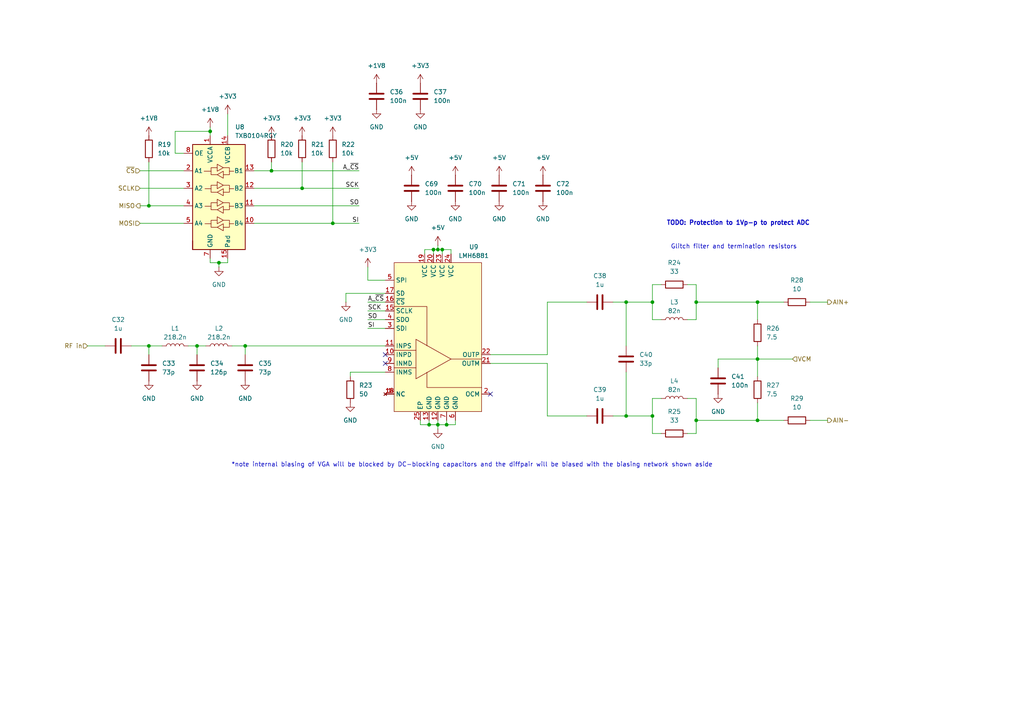
<source format=kicad_sch>
(kicad_sch (version 20250114) (generator "eeschema") (generator_version "9.0")
  (paper "A4")
  (title_block (title "Analog Frontend") (date "2026-02-19") (rev "1") (company "Emmanuel Koutsouklakis"))
  (lib_symbols
    (symbol "Device:C" (pin_numbers (hide yes)) (pin_names (offset 0.254))
      (property "Reference" "C" (at 0.635 2.54 0))
      (property "Value" "C" (at 0.635 -2.54 0))
      (symbol "C_0_1"
        (polyline (pts (xy -2.032 0.762) (xy 2.032 0.762)) (stroke (width 0.508)))
        (polyline (pts (xy -2.032 -0.762) (xy 2.032 -0.762)) (stroke (width 0.508)))
      )
      (symbol "C_1_1"
        (pin passive line (at 0 3.81 270) (length 2.794) (name "~") (number "1"))
        (pin passive line (at 0 -3.81 90) (length 2.794) (name "~") (number "2"))
      )
    )
    (symbol "Device:L" (pin_numbers (hide yes)) (pin_names (offset 1.016) (hide yes))
      (property "Reference" "L" (at -1.27 0 90))
      (property "Value" "L" (at 1.905 0 90))
      (symbol "L_0_1"
        (arc (start 0 2.54) (mid 0.6323 1.905) (end 0 1.27))
        (arc (start 0 1.27) (mid 0.6323 0.635) (end 0 0))
        (arc (start 0 0) (mid 0.6323 -0.635) (end 0 -1.27))
        (arc (start 0 -1.27) (mid 0.6323 -1.905) (end 0 -2.54))
      )
      (symbol "L_1_1"
        (pin passive line (at 0 3.81 270) (length 1.27) (name "1") (number "1"))
        (pin passive line (at 0 -3.81 90) (length 1.27) (name "2") (number "2"))
      )
    )
    (symbol "Device:R" (pin_numbers (hide yes)) (pin_names (offset 0))
      (property "Reference" "R" (at 2.032 0 90))
      (property "Value" "R" (at 0 0 90))
      (symbol "R_0_1"
        (rectangle (start -1.016 -2.54) (end 1.016 2.54) (stroke (width 0.254)))
      )
      (symbol "R_1_1"
        (pin passive line (at 0 3.81 270) (length 1.27) (name "~") (number "1"))
        (pin passive line (at 0 -3.81 90) (length 1.27) (name "~") (number "2"))
      )
    )
    (symbol "Logic_LevelTranslator:TXB0104RGY"
      (property "Reference" "U" (at -6.35 16.51 0))
      (property "Value" "TXB0104RGY" (at 3.81 16.51 0))
      (symbol "TXB0104RGY_0_1"
        (rectangle (start -7.62 15.24) (end 7.62 -15.24) (stroke (width 0.254)) (fill (type background)))
        (rectangle (start -7.62 -15.24) (end -7.62 -12.7) (stroke (width 0.254)))
        (polyline (pts (xy -2.286 7.493) (xy -2.286 8.509) (xy -0.508 8.509)))
        (polyline (pts (xy -2.286 2.413) (xy -2.286 3.429) (xy -0.508 3.429)))
        (polyline (pts (xy -2.286 -2.667) (xy -2.286 -1.651) (xy -0.508 -1.651)))
        (polyline (pts (xy -2.286 -7.747) (xy -2.286 -6.731) (xy -0.508 -6.731)))
        (polyline (pts (xy -0.508 6.477) (xy -2.286 6.477) (xy -2.286 7.493) (xy -4.318 7.493)))
        (polyline (pts (xy -0.508 6.477) (xy 1.27 7.493) (xy 1.27 5.461) (xy -0.508 6.477)))
        (polyline (pts (xy -0.508 1.397) (xy -2.286 1.397) (xy -2.286 2.413) (xy -4.064 2.413)))
        (polyline (pts (xy -0.508 1.397) (xy 1.27 2.413) (xy 1.27 0.381) (xy -0.508 1.397)))
        (polyline (pts (xy -0.508 -3.683) (xy -2.286 -3.683) (xy -2.286 -2.667) (xy -4.064 -2.667)))
        (polyline (pts (xy -0.508 -3.683) (xy 1.27 -2.667) (xy 1.27 -4.699) (xy -0.508 -3.683)))
        (polyline (pts (xy -0.508 -8.763) (xy -2.286 -8.763) (xy -2.286 -7.747) (xy -4.064 -7.747)))
        (polyline (pts (xy -0.508 -8.763) (xy 1.27 -7.747) (xy 1.27 -9.779) (xy -0.508 -8.763)))
        (polyline (pts (xy 1.27 8.509) (xy -0.508 7.493) (xy -0.508 9.525) (xy 1.27 8.509)))
        (polyline (pts (xy 1.27 8.509) (xy 3.048 8.509) (xy 3.048 7.493) (xy 4.318 7.493)))
        (polyline (pts (xy 1.27 3.429) (xy -0.508 2.413) (xy -0.508 4.445) (xy 1.27 3.429)))
        (polyline (pts (xy 1.27 3.429) (xy 3.048 3.429) (xy 3.048 2.413) (xy 4.318 2.413)))
        (polyline (pts (xy 1.27 -1.651) (xy -0.508 -2.667) (xy -0.508 -0.635) (xy 1.27 -1.651)))
        (polyline (pts (xy 1.27 -1.651) (xy 3.048 -1.651) (xy 3.048 -2.667) (xy 4.318 -2.667)))
        (polyline (pts (xy 1.27 -6.731) (xy -0.508 -7.747) (xy -0.508 -5.715) (xy 1.27 -6.731)))
        (polyline (pts (xy 1.27 -6.731) (xy 3.048 -6.731) (xy 3.048 -7.747) (xy 4.318 -7.747)))
        (polyline (pts (xy 3.048 7.493) (xy 3.048 6.477) (xy 1.27 6.477)))
        (polyline (pts (xy 3.048 2.413) (xy 3.048 1.397) (xy 1.27 1.397)))
        (polyline (pts (xy 3.048 -2.667) (xy 3.048 -3.683) (xy 1.27 -3.683)))
        (polyline (pts (xy 3.048 -7.747) (xy 3.048 -8.763) (xy 1.27 -8.763)))
      )
      (symbol "TXB0104RGY_1_1"
        (pin input line (at -10.16 12.7 0) (length 2.54) (name "OE") (number "8"))
        (pin bidirectional line (at -10.16 7.62 0) (length 2.54) (name "A1") (number "2"))
        (pin bidirectional line (at -10.16 2.54 0) (length 2.54) (name "A2") (number "3"))
        (pin bidirectional line (at -10.16 -2.54 0) (length 2.54) (name "A3") (number "4"))
        (pin bidirectional line (at -10.16 -7.62 0) (length 2.54) (name "A4") (number "5"))
        (pin no_connect line (at -7.62 -12.7 0) (length 2.54) (hide yes) (name "NC") (number "6"))
        (pin power_in line (at -2.54 17.78 270) (length 2.54) (name "VCCA") (number "1"))
        (pin power_in line (at -2.54 -17.78 90) (length 2.54) (name "GND") (number "7"))
        (pin power_in line (at 2.54 17.78 270) (length 2.54) (name "VCCB") (number "14"))
        (pin input line (at 2.54 -17.78 90) (length 2.54) (name "Pad") (number "15"))
        (pin no_connect line (at 7.62 -12.7 180) (length 2.54) (hide yes) (name "NC") (number "9"))
        (pin bidirectional line (at 10.16 7.62 180) (length 2.54) (name "B1") (number "13"))
        (pin bidirectional line (at 10.16 2.54 180) (length 2.54) (name "B2") (number "12"))
        (pin bidirectional line (at 10.16 -2.54 180) (length 2.54) (name "B3") (number "11"))
        (pin bidirectional line (at 10.16 -7.62 180) (length 2.54) (name "B4") (number "10"))
      )
    )
    (symbol "plib:LMH6881"
      (property "Reference" "U" (at -40.64 -33.02 0))
      (property "Value" "LMH6881" (at 0 0 0))
      (symbol "LMH6881_0_0"
        (pin unspecified line (at -15.24 19.05 0) (length 2.54) (name "SPI") (number "5"))
        (pin unspecified line (at -15.24 15.24 0) (length 2.54) (name "SD") (number "17"))
        (pin unspecified line (at -15.24 12.7 0) (length 2.54) (name "~{CS}") (number "16"))
        (pin unspecified line (at -15.24 10.16 0) (length 2.54) (name "SCLK") (number "15"))
        (pin unspecified line (at -15.24 7.62 0) (length 2.54) (name "SDO") (number "4"))
        (pin unspecified line (at -15.24 5.08 0) (length 2.54) (name "SDI") (number "3"))
        (pin unspecified line (at -15.24 0 0) (length 2.54) (name "INPS") (number "11"))
        (pin unspecified line (at -15.24 -2.54 0) (length 2.54) (name "INPD") (number "10"))
        (pin unspecified line (at -15.24 -5.08 0) (length 2.54) (name "INMD") (number "9"))
        (pin unspecified line (at -15.24 -7.62 0) (length 2.54) (name "INMS") (number "8"))
        (pin no_connect line (at -15.24 -13.97 0) (length 2.54) (name "NC") (number "1"))
        (pin no_connect line (at -15.24 -13.97 0) (length 2.54) (name "NC") (number "14"))
        (pin no_connect line (at -15.24 -13.97 0) (length 2.54) (name "NC") (number "18"))
        (pin power_in line (at -5.08 -21.59 90) (length 2.54) (name "EP") (number "25"))
        (pin power_in line (at -3.81 26.67 270) (length 2.54) (name "VCC") (number "19"))
        (pin power_in line (at -2.54 -21.59 90) (length 2.54) (name "GND") (number "13"))
        (pin power_in line (at -1.27 26.67 270) (length 2.54) (name "VCC") (number "20"))
        (pin power_in line (at 0 -21.59 90) (length 2.54) (name "GND") (number "12"))
        (pin power_in line (at 1.27 26.67 270) (length 2.54) (name "VCC") (number "23"))
        (pin power_in line (at 2.54 -21.59 90) (length 2.54) (name "GND") (number "7"))
        (pin power_in line (at 3.81 26.67 270) (length 2.54) (name "VCC") (number "24"))
        (pin power_in line (at 5.08 -21.59 90) (length 2.54) (name "GND") (number "6"))
        (pin unspecified line (at 15.24 -2.54 180) (length 2.54) (name "OUTP") (number "22"))
        (pin unspecified line (at 15.24 -5.08 180) (length 2.54) (name "OUTM") (number "21"))
        (pin unspecified line (at 15.24 -13.97 180) (length 2.54) (name "OCM") (number "2"))
      )
      (symbol "LMH6881_0_1"
        (rectangle (start -12.7 24.13) (end 12.7 -19.05) (fill (type background)))
        (polyline (pts (xy -12.7 11.43) (xy -3.175 11.43) (xy -3.175 0)))
        (polyline (pts (xy -12.7 -1.27) (xy -6.35 -1.27)))
        (polyline (pts (xy -12.7 -6.35) (xy -6.35 -6.35)))
        (polyline (pts (xy -6.35 1.905) (xy -6.35 -9.525)))
        (polyline (pts (xy -6.35 -9.525) (xy 3.81 -3.81) (xy -6.35 1.905)))
        (polyline (pts (xy 3.81 -3.81) (xy 12.7 -3.81)))
        (polyline (pts (xy 12.7 -12.065) (xy -3.175 -12.065) (xy -3.175 -7.62)))
      )
    )
    (symbol "power:+1V8" (power) (pin_numbers (hide yes)) (pin_names (offset 0) (hide yes))
      (property "Value" "+1V8" (at 0 3.556 0))
      (symbol "+1V8_0_1"
        (polyline (pts (xy -0.762 1.27) (xy 0 2.54)))
        (polyline (pts (xy 0 2.54) (xy 0.762 1.27)))
        (polyline (pts (xy 0 0) (xy 0 2.54)))
      )
      (symbol "+1V8_1_1"
        (pin power_in line (at 0 0 90) (length 0) (name "~") (number "1"))
      )
    )
    (symbol "power:+3V3" (power) (pin_numbers (hide yes)) (pin_names (offset 0) (hide yes))
      (property "Value" "+3V3" (at 0 3.556 0))
      (symbol "+3V3_0_1"
        (polyline (pts (xy -0.762 1.27) (xy 0 2.54)))
        (polyline (pts (xy 0 2.54) (xy 0.762 1.27)))
        (polyline (pts (xy 0 0) (xy 0 2.54)))
      )
      (symbol "+3V3_1_1"
        (pin power_in line (at 0 0 90) (length 0) (name "~") (number "1"))
      )
    )
    (symbol "power:+5V" (power) (pin_numbers (hide yes)) (pin_names (offset 0) (hide yes))
      (property "Value" "+5V" (at 0 3.556 0))
      (symbol "+5V_0_1"
        (polyline (pts (xy -0.762 1.27) (xy 0 2.54)))
        (polyline (pts (xy 0 2.54) (xy 0.762 1.27)))
        (polyline (pts (xy 0 0) (xy 0 2.54)))
      )
      (symbol "+5V_1_1"
        (pin power_in line (at 0 0 90) (length 0) (name "~") (number "1"))
      )
    )
    (symbol "power:GND" (power) (pin_numbers (hide yes)) (pin_names (offset 0) (hide yes))
      (property "Value" "GND" (at 0 -3.81 0))
      (symbol "GND_0_1"
        (polyline (pts (xy 0 0) (xy 0 -1.27) (xy 1.27 -1.27) (xy 0 -2.54) (xy -1.27 -1.27) (xy 0 -1.27)))
      )
      (symbol "GND_1_1"
        (pin power_in line (at 0 0 270) (length 0) (name "~") (number "1"))
      )
    )
  )
  (text "TODO: Protection to 1Vp-p to protect ADC" (at 214.122 64.77 0) (effects (font (size 1.27 1.27) (thickness 0.254) (bold yes))))
  (text "Glitch filter and termination resistors" (at 212.852 71.628 0) (effects (font (size 1.27 1.27))))
  (text "*note internal biasing of VGA will be blocked by DC-blocking capacitors and the diffpair will be biased with the biasing network shown aside" (at 136.906 134.874 0) (effects (font (size 1.27 1.27))))
  (junction (at 219.71 104.14))
  (junction (at 219.71 87.63))
  (junction (at 219.71 121.92))
  (junction (at 57.15 100.33))
  (junction (at 125.73 72.39))
  (junction (at 78.74 49.53))
  (junction (at 60.96 38.1))
  (junction (at 127 72.39))
  (junction (at 87.63 54.61))
  (junction (at 96.52 64.77))
  (junction (at 63.5 76.2))
  (junction (at 189.23 87.63))
  (junction (at 124.46 123.19))
  (junction (at 43.18 100.33))
  (junction (at 201.93 87.63))
  (junction (at 127 123.19))
  (junction (at 181.61 120.65))
  (junction (at 43.18 59.69))
  (junction (at 71.12 100.33))
  (junction (at 201.93 121.92))
  (junction (at 128.27 72.39))
  (junction (at 181.61 87.63))
  (junction (at 129.54 123.19))
  (junction (at 189.23 120.65))
  (no_connect (at 111.76 102.87))
  (no_connect (at 111.76 105.41))
  (no_connect (at 142.24 114.3))
  (wire (pts (xy 96.52 46.99) (xy 96.52 64.77)))
  (wire (pts (xy 60.96 38.1) (xy 60.96 39.37)))
  (wire (pts (xy 43.18 100.33) (xy 43.18 102.87)))
  (wire (pts (xy 87.63 46.99) (xy 87.63 54.61)))
  (wire (pts (xy 127 123.19) (xy 129.54 123.19)))
  (wire (pts (xy 127 71.12) (xy 127 72.39)))
  (wire (pts (xy 189.23 120.65) (xy 189.23 115.57)))
  (wire (pts (xy 121.92 121.92) (xy 121.92 123.19)))
  (wire (pts (xy 43.18 59.69) (xy 53.34 59.69)))
  (wire (pts (xy 60.96 76.2) (xy 60.96 74.93)))
  (wire (pts (xy 219.71 121.92) (xy 227.33 121.92)))
  (wire (pts (xy 106.68 95.25) (xy 111.76 95.25)))
  (wire (pts (xy 208.28 106.68) (xy 208.28 104.14)))
  (wire (pts (xy 219.71 87.63) (xy 227.33 87.63)))
  (wire (pts (xy 229.87 104.14) (xy 219.71 104.14)))
  (wire (pts (xy 201.93 87.63) (xy 219.71 87.63)))
  (wire (pts (xy 219.71 116.84) (xy 219.71 121.92)))
  (wire (pts (xy 66.04 33.02) (xy 66.04 39.37)))
  (wire (pts (xy 234.95 121.92) (xy 240.03 121.92)))
  (wire (pts (xy 199.39 115.57) (xy 201.93 115.57)))
  (wire (pts (xy 219.71 100.33) (xy 219.71 104.14)))
  (wire (pts (xy 142.24 105.41) (xy 158.75 105.41)))
  (wire (pts (xy 177.8 120.65) (xy 181.61 120.65)))
  (wire (pts (xy 132.08 123.19) (xy 132.08 121.92)))
  (wire (pts (xy 43.18 46.99) (xy 43.18 59.69)))
  (wire (pts (xy 181.61 107.95) (xy 181.61 120.65)))
  (wire (pts (xy 177.8 87.63) (xy 181.61 87.63)))
  (wire (pts (xy 66.04 76.2) (xy 63.5 76.2)))
  (wire (pts (xy 201.93 121.92) (xy 219.71 121.92)))
  (wire (pts (xy 127 121.92) (xy 127 123.19)))
  (wire (pts (xy 60.96 36.83) (xy 60.96 38.1)))
  (wire (pts (xy 40.64 64.77) (xy 53.34 64.77)))
  (wire (pts (xy 201.93 92.71) (xy 201.93 87.63)))
  (wire (pts (xy 40.64 54.61) (xy 53.34 54.61)))
  (wire (pts (xy 40.64 59.69) (xy 43.18 59.69)))
  (wire (pts (xy 199.39 82.55) (xy 201.93 82.55)))
  (wire (pts (xy 129.54 123.19) (xy 132.08 123.19)))
  (wire (pts (xy 234.95 87.63) (xy 240.03 87.63)))
  (wire (pts (xy 73.66 64.77) (xy 96.52 64.77)))
  (wire (pts (xy 189.23 115.57) (xy 191.77 115.57)))
  (wire (pts (xy 142.24 102.87) (xy 158.75 102.87)))
  (wire (pts (xy 128.27 72.39) (xy 128.27 73.66)))
  (wire (pts (xy 121.92 123.19) (xy 124.46 123.19)))
  (wire (pts (xy 158.75 87.63) (xy 170.18 87.63)))
  (wire (pts (xy 201.93 82.55) (xy 201.93 87.63)))
  (wire (pts (xy 189.23 87.63) (xy 189.23 92.71)))
  (wire (pts (xy 181.61 87.63) (xy 189.23 87.63)))
  (wire (pts (xy 106.68 90.17) (xy 111.76 90.17)))
  (wire (pts (xy 181.61 87.63) (xy 181.61 100.33)))
  (wire (pts (xy 128.27 72.39) (xy 130.81 72.39)))
  (wire (pts (xy 208.28 104.14) (xy 219.71 104.14)))
  (wire (pts (xy 124.46 123.19) (xy 127 123.19)))
  (wire (pts (xy 40.64 49.53) (xy 53.34 49.53)))
  (wire (pts (xy 73.66 59.69) (xy 104.14 59.69)))
  (wire (pts (xy 63.5 76.2) (xy 60.96 76.2)))
  (wire (pts (xy 125.73 72.39) (xy 125.73 73.66)))
  (wire (pts (xy 73.66 54.61) (xy 87.63 54.61)))
  (wire (pts (xy 78.74 49.53) (xy 104.14 49.53)))
  (wire (pts (xy 106.68 81.28) (xy 111.76 81.28)))
  (wire (pts (xy 199.39 125.73) (xy 201.93 125.73)))
  (wire (pts (xy 201.93 121.92) (xy 201.93 125.73)))
  (wire (pts (xy 129.54 121.92) (xy 129.54 123.19)))
  (wire (pts (xy 106.68 77.47) (xy 106.68 81.28)))
  (wire (pts (xy 57.15 100.33) (xy 59.69 100.33)))
  (wire (pts (xy 78.74 46.99) (xy 78.74 49.53)))
  (wire (pts (xy 106.68 92.71) (xy 111.76 92.71)))
  (wire (pts (xy 96.52 64.77) (xy 104.14 64.77)))
  (wire (pts (xy 219.71 87.63) (xy 219.71 92.71)))
  (wire (pts (xy 57.15 100.33) (xy 57.15 102.87)))
  (wire (pts (xy 43.18 100.33) (xy 46.99 100.33)))
  (wire (pts (xy 127 123.19) (xy 127 124.46)))
  (wire (pts (xy 71.12 100.33) (xy 71.12 102.87)))
  (wire (pts (xy 38.1 100.33) (xy 43.18 100.33)))
  (wire (pts (xy 101.6 109.22) (xy 101.6 107.95)))
  (wire (pts (xy 191.77 125.73) (xy 189.23 125.73)))
  (wire (pts (xy 106.68 87.63) (xy 111.76 87.63)))
  (wire (pts (xy 130.81 73.66) (xy 130.81 72.39)))
  (wire (pts (xy 100.33 85.09) (xy 111.76 85.09)))
  (wire (pts (xy 67.31 100.33) (xy 71.12 100.33)))
  (wire (pts (xy 158.75 87.63) (xy 158.75 102.87)))
  (wire (pts (xy 189.23 82.55) (xy 189.23 87.63)))
  (wire (pts (xy 123.19 72.39) (xy 125.73 72.39)))
  (wire (pts (xy 50.8 38.1) (xy 60.96 38.1)))
  (wire (pts (xy 63.5 77.47) (xy 63.5 76.2)))
  (wire (pts (xy 25.4 100.33) (xy 30.48 100.33)))
  (wire (pts (xy 66.04 74.93) (xy 66.04 76.2)))
  (wire (pts (xy 170.18 120.65) (xy 158.75 120.65)))
  (wire (pts (xy 87.63 54.61) (xy 104.14 54.61)))
  (wire (pts (xy 50.8 44.45) (xy 50.8 38.1)))
  (wire (pts (xy 201.93 115.57) (xy 201.93 121.92)))
  (wire (pts (xy 199.39 92.71) (xy 201.93 92.71)))
  (wire (pts (xy 189.23 92.71) (xy 191.77 92.71)))
  (wire (pts (xy 219.71 104.14) (xy 219.71 109.22)))
  (wire (pts (xy 54.61 100.33) (xy 57.15 100.33)))
  (wire (pts (xy 124.46 121.92) (xy 124.46 123.19)))
  (wire (pts (xy 158.75 105.41) (xy 158.75 120.65)))
  (wire (pts (xy 191.77 82.55) (xy 189.23 82.55)))
  (wire (pts (xy 125.73 72.39) (xy 127 72.39)))
  (wire (pts (xy 189.23 125.73) (xy 189.23 120.65)))
  (wire (pts (xy 127 72.39) (xy 128.27 72.39)))
  (wire (pts (xy 101.6 107.95) (xy 111.76 107.95)))
  (wire (pts (xy 73.66 49.53) (xy 78.74 49.53)))
  (wire (pts (xy 53.34 44.45) (xy 50.8 44.45)))
  (wire (pts (xy 100.33 87.63) (xy 100.33 85.09)))
  (wire (pts (xy 181.61 120.65) (xy 189.23 120.65)))
  (wire (pts (xy 71.12 100.33) (xy 111.76 100.33)))
  (wire (pts (xy 123.19 72.39) (xy 123.19 73.66)))
  (label "SO" (at 106.68 92.71 0))
  (label "A_~{CS}" (at 106.68 87.63 0))
  (label "SCK" (at 106.68 90.17 0))
  (label "SO" (at 104.14 59.69 180))
  (label "SI" (at 104.14 64.77 180))
  (label "SCK" (at 104.14 54.61 180))
  (label "A_~{CS}" (at 104.14 49.53 180))
  (label "SI" (at 106.68 95.25 0))
  (hierarchical_label "MOSI" (shape input) (at 40.64 64.77 180))
  (hierarchical_label "AIN-" (shape output) (at 240.03 121.92 0) (effects (font (thickness 0.1588))))
  (hierarchical_label "SCLK" (shape input) (at 40.64 54.61 180))
  (hierarchical_label "AIN+" (shape output) (at 240.03 87.63 0) (effects (font (thickness 0.1588))))
  (hierarchical_label "RF in" (shape input) (at 25.4 100.33 180))
  (hierarchical_label "MISO" (shape output) (at 40.64 59.69 180))
  (hierarchical_label "~{CS}" (shape input) (at 40.64 49.53 180))
  (hierarchical_label "VCM" (shape input) (at 229.87 104.14 0) (effects (font (thickness 0.1588))))
  (symbol (lib_id "Device:R") (at 231.14 87.63 90) (unit 1)
    (property "Reference" "R28" (at 231.14 81.28 90))
    (property "Value" "10" (at 231.14 83.82 90))
    (property "Footprint" "Resistor_SMD:R_0603_1608Metric" (effects (hide yes)))
    (property "Description" "Resistor" (effects (hide yes)))
  )
  (symbol (lib_id "power:GND") (at 119.38 58.42 0) (unit 1)
    (property "Reference" "#PWR0146" (effects (hide yes)))
    (property "Value" "GND" (at 119.38 63.5 0))
    (property "Description" "Power symbol creates a global label with name \"GND\" , ground" (effects (hide yes)))
  )
  (symbol (lib_id "Device:R") (at 96.52 43.18 0) (unit 1)
    (property "Reference" "R22" (at 99.06 41.9099 0) (effects (justify left)))
    (property "Value" "10k" (at 99.06 44.4499 0) (effects (justify left)))
    (property "Footprint" "Resistor_SMD:R_0603_1608Metric" (effects (hide yes)))
    (property "Description" "Resistor" (effects (hide yes)))
  )
  (symbol (lib_id "power:GND") (at 101.6 116.84 0) (unit 1)
    (property "Reference" "#PWR099" (effects (hide yes)))
    (property "Value" "GND" (at 101.6 121.92 0))
    (property "Description" "Power symbol creates a global label with name \"GND\" , ground" (effects (hide yes)))
  )
  (symbol (lib_id "power:GND") (at 71.12 110.49 0) (unit 1)
    (property "Reference" "#PWR094" (effects (hide yes)))
    (property "Value" "GND" (at 71.12 115.57 0))
    (property "Description" "Power symbol creates a global label with name \"GND\" , ground" (effects (hide yes)))
  )
  (symbol (lib_id "Device:R") (at 219.71 113.03 0) (unit 1)
    (property "Reference" "R27" (at 222.25 111.7599 0) (effects (justify left)))
    (property "Value" "7.5" (at 222.25 114.2999 0) (effects (justify left)))
    (property "Footprint" "Resistor_SMD:R_0603_1608Metric" (effects (hide yes)))
    (property "Description" "Resistor" (effects (hide yes)))
  )
  (symbol (lib_id "Device:R") (at 195.58 82.55 90) (unit 1)
    (property "Reference" "R24" (at 195.58 76.2 90))
    (property "Value" "33" (at 195.58 78.74 90))
    (property "Footprint" "Resistor_SMD:R_0603_1608Metric" (effects (hide yes)))
    (property "Description" "Resistor" (effects (hide yes)))
  )
  (symbol (lib_id "power:GND") (at 157.48 58.42 0) (unit 1)
    (property "Reference" "#PWR0153" (effects (hide yes)))
    (property "Value" "GND" (at 157.48 63.5 0))
    (property "Description" "Power symbol creates a global label with name \"GND\" , ground" (effects (hide yes)))
  )
  (symbol (lib_id "power:+5V") (at 119.38 50.8 0) (unit 1)
    (property "Reference" "#PWR0147" (effects (hide yes)))
    (property "Value" "+5V" (at 119.38 45.72 0))
    (property "Description" "Power symbol creates a global label with name \"+5V\"" (effects (hide yes)))
  )
  (symbol (lib_id "power:GND") (at 144.78 58.42 0) (unit 1)
    (property "Reference" "#PWR0151" (effects (hide yes)))
    (property "Value" "GND" (at 144.78 63.5 0))
    (property "Description" "Power symbol creates a global label with name \"GND\" , ground" (effects (hide yes)))
  )
  (symbol (lib_id "Device:C") (at 173.99 120.65 90) (unit 1)
    (property "Reference" "C39" (at 173.99 113.03 90))
    (property "Value" "1u" (at 173.99 115.57 90))
    (property "Footprint" "Capacitor_SMD:C_0603_1608Metric" (effects (hide yes)))
    (property "Description" "Unpolarized capacitor" (effects (hide yes)))
  )
  (symbol (lib_id "power:+1V8") (at 60.96 36.83 0) (unit 1)
    (property "Reference" "#PWR091" (effects (hide yes)))
    (property "Value" "+1V8" (at 60.96 31.75 0))
    (property "Description" "Power symbol creates a global label with name \"+1V8\"" (effects (hide yes)))
  )
  (symbol (lib_id "power:GND") (at 121.92 31.75 0) (unit 1)
    (property "Reference" "#PWR0104" (effects (hide yes)))
    (property "Value" "GND" (at 121.92 36.83 0))
    (property "Description" "Power symbol creates a global label with name \"GND\" , ground" (effects (hide yes)))
  )
  (symbol (lib_id "power:+3V3") (at 78.74 39.37 0) (unit 1)
    (property "Reference" "#PWR095" (effects (hide yes)))
    (property "Value" "+3V3" (at 78.74 34.29 0))
    (property "Description" "Power symbol creates a global label with name \"+3V3\"" (effects (hide yes)))
  )
  (symbol (lib_id "Device:L") (at 195.58 115.57 90) (unit 1)
    (property "Reference" "L4" (at 195.58 110.49 90))
    (property "Value" "82n" (at 195.58 113.03 90))
    (property "Description" "Inductor" (effects (hide yes)))
  )
  (symbol (lib_id "power:GND") (at 127 124.46 0) (unit 1)
    (property "Reference" "#PWR0106" (effects (hide yes)))
    (property "Value" "GND" (at 127 129.54 0))
    (property "Description" "Power symbol creates a global label with name \"GND\" , ground" (effects (hide yes)))
  )
  (symbol (lib_id "Device:C") (at 132.08 54.61 0) (unit 1)
    (property "Reference" "C70" (at 135.89 53.3399 0) (effects (justify left)))
    (property "Value" "100n" (at 135.89 55.8799 0) (effects (justify left)))
    (property "Footprint" "Capacitor_SMD:C_0603_1608Metric" (effects (hide yes)))
    (property "Description" "Unpolarized capacitor" (effects (hide yes)))
  )
  (symbol (lib_id "power:+3V3") (at 66.04 33.02 0) (unit 1)
    (property "Reference" "#PWR093" (effects (hide yes)))
    (property "Value" "+3V3" (at 66.04 27.94 0))
    (property "Description" "Power symbol creates a global label with name \"+3V3\"" (effects (hide yes)))
  )
  (symbol (lib_id "power:GND") (at 132.08 58.42 0) (unit 1)
    (property "Reference" "#PWR0149" (effects (hide yes)))
    (property "Value" "GND" (at 132.08 63.5 0))
    (property "Description" "Power symbol creates a global label with name \"GND\" , ground" (effects (hide yes)))
  )
  (symbol (lib_id "Device:R") (at 231.14 121.92 90) (unit 1)
    (property "Reference" "R29" (at 231.14 115.57 90))
    (property "Value" "10" (at 231.14 118.11 90))
    (property "Footprint" "Resistor_SMD:R_0603_1608Metric" (effects (hide yes)))
    (property "Description" "Resistor" (effects (hide yes)))
  )
  (symbol (lib_id "power:+5V") (at 127 71.12 0) (unit 1)
    (property "Reference" "#PWR0105" (effects (hide yes)))
    (property "Value" "+5V" (at 127 66.04 0))
    (property "Description" "Power symbol creates a global label with name \"+5V\"" (effects (hide yes)))
  )
  (symbol (lib_id "power:+3V3") (at 121.92 24.13 0) (unit 1)
    (property "Reference" "#PWR0103" (effects (hide yes)))
    (property "Value" "+3V3" (at 121.92 19.05 0))
    (property "Description" "Power symbol creates a global label with name \"+3V3\"" (effects (hide yes)))
  )
  (symbol (lib_id "power:GND") (at 63.5 77.47 0) (unit 1)
    (property "Reference" "#PWR092" (effects (hide yes)))
    (property "Value" "GND" (at 63.5 82.55 0))
    (property "Description" "Power symbol creates a global label with name \"GND\" , ground" (effects (hide yes)))
  )
  (symbol (lib_id "power:+1V8") (at 109.22 24.13 0) (unit 1)
    (property "Reference" "#PWR0101" (effects (hide yes)))
    (property "Value" "+1V8" (at 109.22 19.05 0))
    (property "Description" "Power symbol creates a global label with name \"+1V8\"" (effects (hide yes)))
  )
  (symbol (lib_id "Device:C") (at 144.78 54.61 0) (unit 1)
    (property "Reference" "C71" (at 148.59 53.3399 0) (effects (justify left)))
    (property "Value" "100n" (at 148.59 55.8799 0) (effects (justify left)))
    (property "Footprint" "Capacitor_SMD:C_0603_1608Metric" (effects (hide yes)))
    (property "Description" "Unpolarized capacitor" (effects (hide yes)))
  )
  (symbol (lib_id "Device:C") (at 34.29 100.33 90) (unit 1)
    (property "Reference" "C32" (at 34.29 92.71 90))
    (property "Value" "1u" (at 34.29 95.25 90))
    (property "Footprint" "Capacitor_SMD:C_0603_1608Metric" (effects (hide yes)))
    (property "Description" "Unpolarized capacitor" (effects (hide yes)))
  )
  (symbol (lib_id "Device:C") (at 109.22 27.94 0) (unit 1)
    (property "Reference" "C36" (at 113.03 26.6699 0) (effects (justify left)))
    (property "Value" "100n" (at 113.03 29.2099 0) (effects (justify left)))
    (property "Footprint" "Capacitor_SMD:C_0603_1608Metric" (effects (hide yes)))
    (property "Description" "Unpolarized capacitor" (effects (hide yes)))
  )
  (symbol (lib_id "plib:LMH6881") (at 127 100.33 0) (unit 1)
    (property "Reference" "U9" (at 137.414 71.628 0))
    (property "Value" "LMH6881" (at 137.414 74.168 0))
    (property "Footprint" "Package_DFN_QFN:Texas_RTW_WQFN-24-1EP_4x4mm_P0.5mm_EP2.7x2.7mm" (effects (hide yes)))
    (property "lcsc_id" "C701929" (effects (hide yes)))
  )
  (symbol (lib_id "Logic_LevelTranslator:TXB0104RGY") (at 63.5 57.15 0) (unit 1)
    (property "Reference" "U8" (at 68.1833 36.83 0) (effects (justify left)))
    (property "Value" "TXB0104RGY" (at 68.1833 39.37 0) (effects (justify left)))
    (property "Footprint" "Package_DFN_QFN:Texas_S-PVQFN-N14" (effects (hide yes)))
    (property "Datasheet" "http://www.ti.com/lit/ds/symlink/txb0104.pdf" (effects (hide yes)))
    (property "Description" "4-Bit Bidirectional Voltage-Level Translator, Auto Direction Sensing and ±15-kV ESD Protection, 1.2 - 3.6V APort, 1.65 - 5.5V BPort, Texas_PVGFN-14" (effects (hide yes)))
    (property "lcsc_id" "C400708" (effects (hide yes)))
  )
  (symbol (lib_id "Device:R") (at 87.63 43.18 0) (unit 1)
    (property "Reference" "R21" (at 90.17 41.9099 0) (effects (justify left)))
    (property "Value" "10k" (at 90.17 44.4499 0) (effects (justify left)))
    (property "Footprint" "Resistor_SMD:R_0603_1608Metric" (effects (hide yes)))
    (property "Description" "Resistor" (effects (hide yes)))
  )
  (symbol (lib_id "power:+5V") (at 106.68 77.47 0) (unit 1)
    (property "Reference" "#PWR0100" (effects (hide yes)))
    (property "Value" "+3V3" (at 106.68 72.39 0))
    (property "Description" "Power symbol creates a global label with name \"+5V\"" (effects (hide yes)))
  )
  (symbol (lib_id "power:GND") (at 100.33 87.63 0) (unit 1)
    (property "Reference" "#PWR098" (effects (hide yes)))
    (property "Value" "GND" (at 100.33 92.71 0))
    (property "Description" "Power symbol creates a global label with name \"GND\" , ground" (effects (hide yes)))
  )
  (symbol (lib_id "Device:C") (at 121.92 27.94 0) (unit 1)
    (property "Reference" "C37" (at 125.73 26.6699 0) (effects (justify left)))
    (property "Value" "100n" (at 125.73 29.2099 0) (effects (justify left)))
    (property "Footprint" "Capacitor_SMD:C_0603_1608Metric" (effects (hide yes)))
    (property "Description" "Unpolarized capacitor" (effects (hide yes)))
  )
  (symbol (lib_id "Device:L") (at 195.58 92.71 90) (unit 1)
    (property "Reference" "L3" (at 195.58 87.63 90))
    (property "Value" "82n" (at 195.58 90.17 90))
    (property "Description" "Inductor" (effects (hide yes)))
  )
  (symbol (lib_id "power:GND") (at 109.22 31.75 0) (unit 1)
    (property "Reference" "#PWR0102" (effects (hide yes)))
    (property "Value" "GND" (at 109.22 36.83 0))
    (property "Description" "Power symbol creates a global label with name \"GND\" , ground" (effects (hide yes)))
  )
  (symbol (lib_id "Device:C") (at 173.99 87.63 90) (unit 1)
    (property "Reference" "C38" (at 173.99 80.01 90))
    (property "Value" "1u" (at 173.99 82.55 90))
    (property "Footprint" "Capacitor_SMD:C_0603_1608Metric" (effects (hide yes)))
    (property "Description" "Unpolarized capacitor" (effects (hide yes)))
  )
  (symbol (lib_id "Device:C") (at 43.18 106.68 0) (unit 1)
    (property "Reference" "C33" (at 46.99 105.4099 0) (effects (justify left)))
    (property "Value" "73p" (at 46.99 107.9499 0) (effects (justify left)))
    (property "Footprint" "Capacitor_SMD:C_0603_1608Metric" (effects (hide yes)))
    (property "Description" "Unpolarized capacitor" (effects (hide yes)))
  )
  (symbol (lib_id "power:+1V8") (at 43.18 39.37 0) (unit 1)
    (property "Reference" "#PWR088" (effects (hide yes)))
    (property "Value" "+1V8" (at 43.18 34.29 0))
    (property "Description" "Power symbol creates a global label with name \"+1V8\"" (effects (hide yes)))
  )
  (symbol (lib_id "power:+5V") (at 144.78 50.8 0) (unit 1)
    (property "Reference" "#PWR0150" (effects (hide yes)))
    (property "Value" "+5V" (at 144.78 45.72 0))
    (property "Description" "Power symbol creates a global label with name \"+5V\"" (effects (hide yes)))
  )
  (symbol (lib_id "Device:L") (at 50.8 100.33 90) (unit 1)
    (property "Reference" "L1" (at 50.8 95.25 90))
    (property "Value" "218.2n" (at 50.8 97.79 90))
    (property "Description" "Inductor" (effects (hide yes)))
  )
  (symbol (lib_id "Device:R") (at 43.18 43.18 0) (unit 1)
    (property "Reference" "R19" (at 45.72 41.9099 0) (effects (justify left)))
    (property "Value" "10k" (at 45.72 44.4499 0) (effects (justify left)))
    (property "Footprint" "Resistor_SMD:R_0603_1608Metric" (effects (hide yes)))
    (property "Description" "Resistor" (effects (hide yes)))
  )
  (symbol (lib_id "Device:R") (at 219.71 96.52 0) (unit 1)
    (property "Reference" "R26" (at 222.25 95.2499 0) (effects (justify left)))
    (property "Value" "7.5" (at 222.25 97.7899 0) (effects (justify left)))
    (property "Footprint" "Resistor_SMD:R_0603_1608Metric" (effects (hide yes)))
    (property "Description" "Resistor" (effects (hide yes)))
  )
  (symbol (lib_id "Device:C") (at 208.28 110.49 0) (unit 1)
    (property "Reference" "C41" (at 212.09 109.2199 0) (effects (justify left)))
    (property "Value" "100n" (at 212.09 111.7599 0) (effects (justify left)))
    (property "Footprint" "Capacitor_SMD:C_0603_1608Metric" (effects (hide yes)))
    (property "Description" "Unpolarized capacitor" (effects (hide yes)))
  )
  (symbol (lib_id "Device:C") (at 57.15 106.68 0) (unit 1)
    (property "Reference" "C34" (at 60.96 105.4099 0) (effects (justify left)))
    (property "Value" "126p" (at 60.96 107.9499 0) (effects (justify left)))
    (property "Footprint" "Capacitor_SMD:C_0603_1608Metric" (effects (hide yes)))
    (property "Description" "Unpolarized capacitor" (effects (hide yes)))
  )
  (symbol (lib_id "power:+3V3") (at 87.63 39.37 0) (unit 1)
    (property "Reference" "#PWR096" (effects (hide yes)))
    (property "Value" "+3V3" (at 87.63 34.29 0))
    (property "Description" "Power symbol creates a global label with name \"+3V3\"" (effects (hide yes)))
  )
  (symbol (lib_id "power:+5V") (at 157.48 50.8 0) (unit 1)
    (property "Reference" "#PWR0152" (effects (hide yes)))
    (property "Value" "+5V" (at 157.48 45.72 0))
    (property "Description" "Power symbol creates a global label with name \"+5V\"" (effects (hide yes)))
  )
  (symbol (lib_id "power:GND") (at 43.18 110.49 0) (unit 1)
    (property "Reference" "#PWR089" (effects (hide yes)))
    (property "Value" "GND" (at 43.18 115.57 0))
    (property "Description" "Power symbol creates a global label with name \"GND\" , ground" (effects (hide yes)))
  )
  (symbol (lib_id "Device:C") (at 119.38 54.61 0) (unit 1)
    (property "Reference" "C69" (at 123.19 53.3399 0) (effects (justify left)))
    (property "Value" "100n" (at 123.19 55.8799 0) (effects (justify left)))
    (property "Footprint" "Capacitor_SMD:C_0603_1608Metric" (effects (hide yes)))
    (property "Description" "Unpolarized capacitor" (effects (hide yes)))
  )
  (symbol (lib_id "power:GND") (at 57.15 110.49 0) (unit 1)
    (property "Reference" "#PWR090" (effects (hide yes)))
    (property "Value" "GND" (at 57.15 115.57 0))
    (property "Description" "Power symbol creates a global label with name \"GND\" , ground" (effects (hide yes)))
  )
  (symbol (lib_id "Device:R") (at 78.74 43.18 0) (unit 1)
    (property "Reference" "R20" (at 81.28 41.9099 0) (effects (justify left)))
    (property "Value" "10k" (at 81.28 44.4499 0) (effects (justify left)))
    (property "Footprint" "Resistor_SMD:R_0603_1608Metric" (effects (hide yes)))
    (property "Description" "Resistor" (effects (hide yes)))
  )
  (symbol (lib_id "Device:R") (at 101.6 113.03 0) (unit 1)
    (property "Reference" "R23" (at 104.14 111.7599 0) (effects (justify left)))
    (property "Value" "50" (at 104.14 114.2999 0) (effects (justify left)))
    (property "Footprint" "Resistor_SMD:R_0603_1608Metric" (effects (hide yes)))
    (property "Description" "Resistor" (effects (hide yes)))
  )
  (symbol (lib_id "Device:C") (at 181.61 104.14 0) (unit 1)
    (property "Reference" "C40" (at 185.42 102.8699 0) (effects (justify left)))
    (property "Value" "33p" (at 185.42 105.4099 0) (effects (justify left)))
    (property "Footprint" "Capacitor_SMD:C_0603_1608Metric" (effects (hide yes)))
    (property "Description" "Unpolarized capacitor" (effects (hide yes)))
  )
  (symbol (lib_id "power:+5V") (at 132.08 50.8 0) (unit 1)
    (property "Reference" "#PWR0148" (effects (hide yes)))
    (property "Value" "+5V" (at 132.08 45.72 0))
    (property "Description" "Power symbol creates a global label with name \"+5V\"" (effects (hide yes)))
  )
  (symbol (lib_id "Device:C") (at 157.48 54.61 0) (unit 1)
    (property "Reference" "C72" (at 161.29 53.3399 0) (effects (justify left)))
    (property "Value" "100n" (at 161.29 55.8799 0) (effects (justify left)))
    (property "Footprint" "Capacitor_SMD:C_0603_1608Metric" (effects (hide yes)))
    (property "Description" "Unpolarized capacitor" (effects (hide yes)))
  )
  (symbol (lib_id "power:+3V3") (at 96.52 39.37 0) (unit 1)
    (property "Reference" "#PWR097" (effects (hide yes)))
    (property "Value" "+3V3" (at 96.52 34.29 0))
    (property "Description" "Power symbol creates a global label with name \"+3V3\"" (effects (hide yes)))
  )
  (symbol (lib_id "Device:L") (at 63.5 100.33 90) (unit 1)
    (property "Reference" "L2" (at 63.5 95.25 90))
    (property "Value" "218.2n" (at 63.5 97.79 90))
    (property "Description" "Inductor" (effects (hide yes)))
  )
  (symbol (lib_id "Device:R") (at 195.58 125.73 90) (unit 1)
    (property "Reference" "R25" (at 195.58 119.38 90))
    (property "Value" "33" (at 195.58 121.92 90))
    (property "Footprint" "Resistor_SMD:R_0603_1608Metric" (effects (hide yes)))
    (property "Description" "Resistor" (effects (hide yes)))
  )
  (symbol (lib_id "Device:C") (at 71.12 106.68 0) (unit 1)
    (property "Reference" "C35" (at 74.93 105.4099 0) (effects (justify left)))
    (property "Value" "73p" (at 74.93 107.9499 0) (effects (justify left)))
    (property "Footprint" "Capacitor_SMD:C_0603_1608Metric" (effects (hide yes)))
    (property "Description" "Unpolarized capacitor" (effects (hide yes)))
  )
  (symbol (lib_id "power:GND") (at 208.28 114.3 0) (unit 1)
    (property "Reference" "#PWR0107" (effects (hide yes)))
    (property "Value" "GND" (at 208.28 119.38 0))
    (property "Description" "Power symbol creates a global label with name \"GND\" , ground" (effects (hide yes)))
  )
)
</source>
